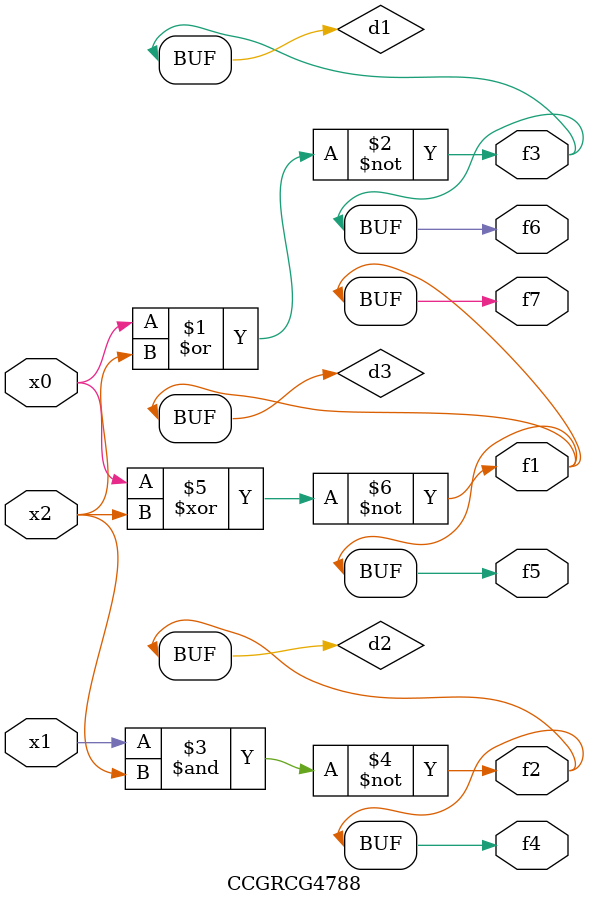
<source format=v>
module CCGRCG4788(
	input x0, x1, x2,
	output f1, f2, f3, f4, f5, f6, f7
);

	wire d1, d2, d3;

	nor (d1, x0, x2);
	nand (d2, x1, x2);
	xnor (d3, x0, x2);
	assign f1 = d3;
	assign f2 = d2;
	assign f3 = d1;
	assign f4 = d2;
	assign f5 = d3;
	assign f6 = d1;
	assign f7 = d3;
endmodule

</source>
